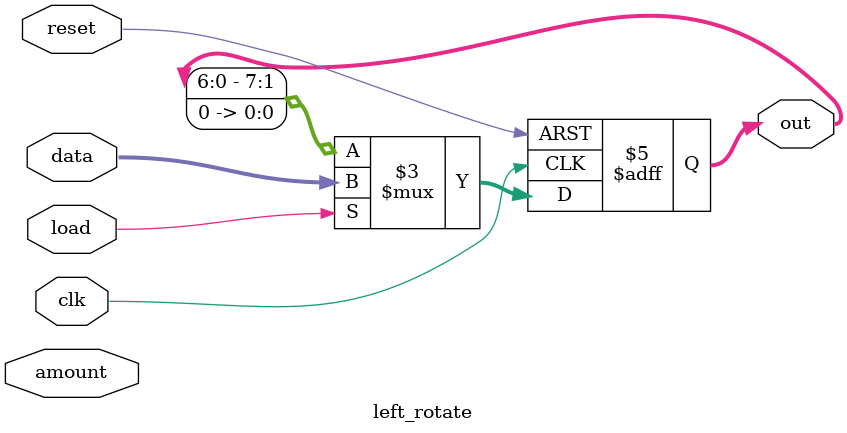
<source format=v>
module left_rotate(clk,reset,amount,data,load,out);
input clk,reset;
input [2:0] amount;
input [7:0] data;
input load;
output reg [7:0] out;
// when load is high, load data to out
// otherwise rotate the out register followed by left shift the out register by amount bits
always @(posedge clk or posedge reset)
	begin
	if(reset)
	out <= 8'b00000000;
	else if(load)
	out <= data;
	else begin
	// do the rotate
	out = {out[6:0],out[7]};
	// do the left shift
	out = {out[7:1],1'b0};
	end
	end
endmodule

</source>
